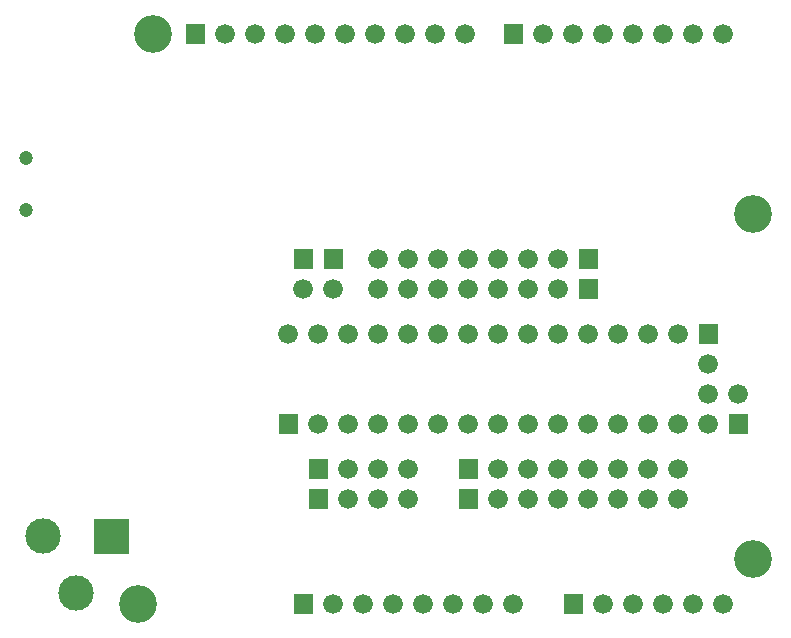
<source format=gbs>
G04 start of page 8 for group -4062 idx -4062 *
G04 Title: AJ.001.00.01.01, soldermask *
G04 Creator: pcb 4.1.2 *
G04 CreationDate: Wed Oct 24 19:53:51 2018 UTC *
G04 For: bert *
G04 Format: Gerber/RS-274X *
G04 PCB-Dimensions (mil): 3200.00 2500.00 *
G04 PCB-Coordinate-Origin: lower left *
%MOIN*%
%FSLAX25Y25*%
%LNGBS*%
%ADD53C,0.1181*%
%ADD52C,0.0472*%
%ADD51C,0.0660*%
%ADD50C,0.0001*%
%ADD49C,0.1260*%
G54D49*X295000Y170000D03*
G54D50*G36*
X236700Y158300D02*Y151700D01*
X243300D01*
Y158300D01*
X236700D01*
G37*
G36*
X211700Y233300D02*Y226700D01*
X218300D01*
Y233300D01*
X211700D01*
G37*
G54D51*X225000Y230000D03*
X235000D03*
X245000D03*
X255000D03*
X265000D03*
X275000D03*
X285000D03*
X230000Y145000D03*
X220000D03*
X210000D03*
X200000D03*
X190000D03*
X220000Y155000D03*
X210000D03*
X200000D03*
X190000D03*
G54D49*X90000Y40000D03*
X95000Y230000D03*
G54D50*G36*
X75138Y68406D02*Y56594D01*
X86949D01*
Y68406D01*
X75138D01*
G37*
G36*
X105700Y233300D02*Y226700D01*
X112300D01*
Y233300D01*
X105700D01*
G37*
G54D51*X119000Y230000D03*
X129000D03*
X139000D03*
X149000D03*
X159000D03*
X169000D03*
X179000D03*
X189000D03*
X199000D03*
G54D52*X52500Y188661D03*
Y171339D03*
G54D50*G36*
X141700Y43300D02*Y36700D01*
X148300D01*
Y43300D01*
X141700D01*
G37*
G54D51*X155000Y40000D03*
G54D53*X58209Y62500D03*
X69232Y43602D03*
G54D50*G36*
X146700Y88300D02*Y81700D01*
X153300D01*
Y88300D01*
X146700D01*
G37*
G36*
X136700Y103300D02*Y96700D01*
X143300D01*
Y103300D01*
X136700D01*
G37*
G54D51*X150000Y100000D03*
G54D50*G36*
X146700Y78300D02*Y71700D01*
X153300D01*
Y78300D01*
X146700D01*
G37*
G54D51*X160000Y85000D03*
Y100000D03*
Y75000D03*
X170000Y85000D03*
X180000D03*
X170000Y100000D03*
X180000D03*
Y145000D03*
X170000D03*
X180000Y130000D03*
X160000D03*
X150000D03*
X140000D03*
G54D50*G36*
X141700Y158300D02*Y151700D01*
X148300D01*
Y158300D01*
X141700D01*
G37*
G54D51*X145000Y145000D03*
G54D50*G36*
X151700Y158300D02*Y151700D01*
X158300D01*
Y158300D01*
X151700D01*
G37*
G54D51*X155000Y145000D03*
X165000Y40000D03*
X175000D03*
X185000D03*
X195000D03*
X205000D03*
X215000D03*
G54D50*G36*
X231700Y43300D02*Y36700D01*
X238300D01*
Y43300D01*
X231700D01*
G37*
G54D51*X245000Y40000D03*
X255000D03*
X265000D03*
X275000D03*
X285000D03*
G54D50*G36*
X196700Y88300D02*Y81700D01*
X203300D01*
Y88300D01*
X196700D01*
G37*
G54D51*X210000Y85000D03*
X190000Y100000D03*
X200000D03*
X210000D03*
X220000Y85000D03*
Y100000D03*
G54D50*G36*
X236700Y148300D02*Y141700D01*
X243300D01*
Y148300D01*
X236700D01*
G37*
G54D51*X240000Y130000D03*
X230000D03*
X220000D03*
X210000D03*
Y75000D03*
X220000D03*
X200000Y130000D03*
X190000D03*
X170000D03*
X180000Y155000D03*
X170000D03*
Y75000D03*
X180000D03*
G54D50*G36*
X196700Y78300D02*Y71700D01*
X203300D01*
Y78300D01*
X196700D01*
G37*
G54D51*X270000Y130000D03*
X260000D03*
X250000D03*
X230000Y85000D03*
Y100000D03*
X240000D03*
X230000Y75000D03*
X240000Y85000D03*
X250000D03*
X260000D03*
X270000D03*
X230000Y155000D03*
X250000Y100000D03*
X260000D03*
X270000D03*
X240000Y75000D03*
X250000D03*
X260000D03*
X270000D03*
G54D49*X295000Y55000D03*
G54D50*G36*
X276700Y133300D02*Y126700D01*
X283300D01*
Y133300D01*
X276700D01*
G37*
G54D51*X280000Y120000D03*
Y110000D03*
Y100000D03*
G54D50*G36*
X286700Y103300D02*Y96700D01*
X293300D01*
Y103300D01*
X286700D01*
G37*
G54D51*X290000Y110000D03*
M02*

</source>
